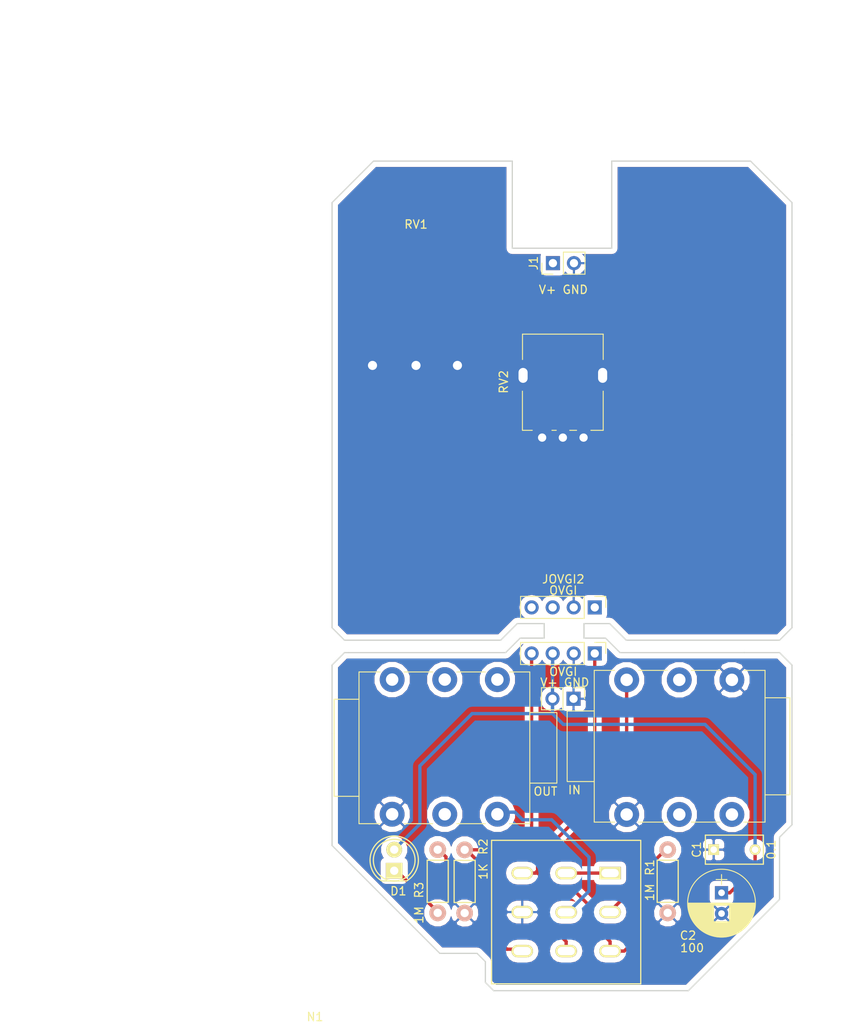
<source format=kicad_pcb>
(kicad_pcb (version 20221018) (generator pcbnew)
  (layers (0 "F.Cu" signal) (31 "B.Cu" signal) (34 "B.Paste" user) (35 "F.Paste" user) (36 "B.SilkS" user "B.Silkscreen") (37 "F.SilkS" user "F.Silkscreen") (38 "B.Mask" user) (39 "F.Mask" user) (44 "Edge.Cuts" user))
  (net 0 "")
  (net 1 "GND")
  (net 2 "+9V")
  (net 3 "Net-(D1-K)")
  (net 7 "Net-(J2-T)")
  (net 12 "Net-(J3-T)")
  (net 13 "O")
  (net 14 "I")
  (net 15 "Net-(SW1C-C)")
  (net 19 "Net-(SW1A-A)")
  (net 20 "Net-(J4-T)")
  (net 21 "Net-(J1-T)")
  (footprint "KiCad Lib:3PDT-Footswitch" (layer "F.Cu") (at 143.25 142.525 180)
    (fp_text reference "SW1" hide)
    (fp_text value "SW_3PDT" hide)
    (fp_line (start -9 -8.65) (end -9 8.65) (stroke (width 0.15)) (layer "F.SilkS"))
    (fp_line (start -9 -8.65) (end 9 -8.65) (stroke (width 0.15)) (layer "F.SilkS"))
    (fp_line (start 9 -8.65) (end 9 8.65) (stroke (width 0.15)) (layer "F.SilkS"))
    (fp_line (start 9 8.65) (end -8.9 8.65) (stroke (width 0.15)) (layer "F.SilkS"))
    (pad "1" thru_hole rect (at -5.3 4.7 180) (size 2.6 1.5) (drill oval 2.1 1) (layers "*.Cu" "*.Mask" "F.SilkS") (net 19 "Net-(SW1A-A)"))
    (pad "2" thru_hole oval (at 0 4.7 180) (size 2.6 1.5) (drill oval 2.1 1) (layers "*.Cu" "*.Mask" "F.SilkS") (net 19 "Net-(SW1A-A)"))
    (pad "3" thru_hole oval (at 5.3 4.7 180) (size 2.6 1.5) (drill oval 2.1 1) (layers "*.Cu" "*.Mask" "F.SilkS") (net 14 "I"))
    (pad "4" thru_hole oval (at -5.3 0 180) (size 2.6 1.5) (drill oval 2.1 1) (layers "*.Cu" "*.Mask" "F.SilkS") (net 21 "Net-(J1-T)"))
    (pad "5" thru_hole oval (at 0 -0.025 180) (size 2.6 1.5) (drill oval 2.1 1) (layers "*.Cu" "*.Mask" "F.SilkS") (net 20 "Net-(J4-T)"))
    (pad "6" thru_hole oval (at 5.3 0 180) (size 2.6 1.5) (drill oval 2.1 1) (layers "*.Cu" "*.Mask" "F.SilkS") (net 1 "GND"))
    (pad "7" thru_hole oval (at -5.3 -4.7 180) (size 2.6 1.5) (drill oval 2.1 1) (layers "*.Cu" "*.Mask" "F.SilkS") (net 14 "I"))
    (pad "8" thru_hole oval (at 0 -4.7 180) (size 2.6 1.5) (drill oval 2.1 1) (layers "*.Cu" "*.Mask" "F.SilkS") (net 13 "O"))
    (pad "9" thru_hole oval (at 5.3 -4.7 180) (size 2.6 1.5) (drill oval 2.1 1) (layers "*.Cu" "*.Mask" "F.SilkS") (net 15 "Net-(SW1C-C)"))
  )
  (footprint "Connectors:NMJ6HCD2" (layer "F.Cu") (at 122.25 130.73 90)
    (fp_text reference "J3" hide)
    (fp_text value "OUT" (at 2.75 18.5) (layer "F.SilkS"))
    (fp_line (start -1.14 -4) (end 17.15 -4) (stroke (width 0.12)) (layer "F.SilkS"))
    (fp_line (start -1.14 -1.45) (end -1.14 -4) (stroke (width 0.12)) (layer "F.SilkS"))
    (fp_line (start -1.14 4.89) (end -1.14 1.46) (stroke (width 0.12)) (layer "F.SilkS"))
    (fp_line (start -1.14 11.24) (end -1.14 7.81) (stroke (width 0.12)) (layer "F.SilkS"))
    (fp_line (start -1.14 16.61) (end -1.14 14.16) (stroke (width 0.12)) (layer "F.SilkS"))
    (fp_line (start -1.14 16.61) (end 17.15 16.61) (stroke (width 0.12)) (layer "F.SilkS"))
    (fp_line (start 2.16 -7) (end 2.16 -4) (stroke (width 0.12)) (layer "F.SilkS"))
    (fp_line (start 2.16 -7) (end 13.86 -7) (stroke (width 0.12)) (layer "F.SilkS"))
    (fp_line (start 3.75 16.64) (end 3.75 19.86) (stroke (width 0.12)) (layer "F.SilkS"))
    (fp_line (start 3.75 19.88) (end 12.23 19.88) (stroke (width 0.12)) (layer "F.SilkS"))
    (fp_line (start 12.26 16.64) (end 12.26 19.86) (stroke (width 0.12)) (layer "F.SilkS"))
    (fp_line (start 13.86 -7) (end 13.86 -4) (stroke (width 0.12)) (layer "F.SilkS"))
    (fp_line (start 17.15 -4) (end 17.15 -1.45) (stroke (width 0.12)) (layer "F.SilkS"))
    (fp_line (start 17.15 1.46) (end 17.15 4.89) (stroke (width 0.12)) (layer "F.SilkS"))
    (fp_line (start 17.15 7.81) (end 17.15 11.24) (stroke (width 0.12)) (layer "F.SilkS"))
    (fp_line (start 17.15 16.61) (end 17.15 14.16) (stroke (width 0.12)) (layer "F.SilkS"))
    (pad "1" thru_hole circle (at 0 0 90) (size 3 3) (drill 1.5) (layers "*.Cu" "*.Mask") (net 1 "GND"))
    (pad "2" thru_hole circle (at 0 12.7 90) (size 3 3) (drill 1.5) (layers "*.Cu" "*.Mask") (net 12 "Net-(J3-T)"))
    (pad "3" thru_hole circle (at 0 6.35 90) (size 3 3) (drill 1.5) (layers "*.Cu" "*.Mask"))
    (pad "4" thru_hole circle (at 16.23 0 90) (size 3 3) (drill 1.5) (layers "*.Cu" "*.Mask"))
    (pad "5" thru_hole circle (at 16.23 12.7 90) (size 3 3) (drill 1.5) (layers "*.Cu" "*.Mask"))
    (pad "6" thru_hole circle (at 16.23 6.35 90) (size 3 3) (drill 1.5) (layers "*.Cu" "*.Mask"))
  )
  (footprint "Pin_Headers:Pin_Header_Straight_1x02_Pitch2.54mm" (layer "F.Cu") (at 141.65 64.3 90)
    (fp_text reference "J1" (at 0 -2.33 90) (layer "F.SilkS"))
    (fp_text value "V+ GND" (at -3.2 1.26 180) (layer "F.SilkS"))
    (fp_line (start -1.33 -1.33) (end 0 -1.33) (stroke (width 0.12)) (layer "F.SilkS"))
    (fp_line (start -1.33 0) (end -1.33 -1.33) (stroke (width 0.12)) (layer "F.SilkS"))
    (fp_line (start -1.33 1.27) (end -1.33 3.87) (stroke (width 0.12)) (layer "F.SilkS"))
    (fp_line (start -1.33 1.27) (end 1.33 1.27) (stroke (width 0.12)) (layer "F.SilkS"))
    (fp_line (start -1.33 3.87) (end 1.33 3.87) (stroke (width 0.12)) (layer "F.SilkS"))
    (fp_line (start 1.33 1.27) (end 1.33 3.87) (stroke (width 0.12)) (layer "F.SilkS"))
    (pad "1" thru_hole rect (at 0 0 90) (size 1.7 1.7) (drill 1) (layers "*.Cu" "*.Mask") (net 2 "+9V"))
    (pad "2" thru_hole oval (at 0 2.54 90) (size 1.7 1.7) (drill 1) (layers "*.Cu" "*.Mask") (net 1 "GND"))
  )
  (footprint "Pin_Headers:Pin_Header_Straight_1x04_Pitch2.54mm" (layer "F.Cu") (at 146.7 111.35 -90)
    (fp_text reference "JOVGI1" hide)
    (fp_text value "OVGI" (at 2.2 3.8) (layer "F.SilkS"))
    (fp_line (start -1.33 -1.33) (end 0 -1.33) (stroke (width 0.12)) (layer "F.SilkS"))
    (fp_line (start -1.33 0) (end -1.33 -1.33) (stroke (width 0.12)) (layer "F.SilkS"))
    (fp_line (start -1.33 1.27) (end -1.33 8.95) (stroke (width 0.12)) (layer "F.SilkS"))
    (fp_line (start -1.33 1.27) (end 1.33 1.27) (stroke (width 0.12)) (layer "F.SilkS"))
    (fp_line (start -1.33 8.95) (end 1.33 8.95) (stroke (width 0.12)) (layer "F.SilkS"))
    (fp_line (start 1.33 1.27) (end 1.33 8.95) (stroke (width 0.12)) (layer "F.SilkS"))
    (pad "1" thru_hole rect (at 0 0 270) (size 1.7 1.7) (drill 1) (layers "*.Cu" "*.Mask") (net 14 "I"))
    (pad "2" thru_hole oval (at 0 2.54 270) (size 1.7 1.7) (drill 1) (layers "*.Cu" "*.Mask") (net 1 "GND"))
    (pad "3" thru_hole oval (at 0 5.08 270) (size 1.7 1.7) (drill 1) (layers "*.Cu" "*.Mask") (net 2 "+9V"))
    (pad "4" thru_hole oval (at 0 7.62 270) (size 1.7 1.7) (drill 1) (layers "*.Cu" "*.Mask") (net 13 "O"))
  )
  (footprint "Pin_Headers:Pin_Header_Straight_1x04_Pitch2.54mm" (layer "F.Cu") (at 146.7 105.8 -90)
    (fp_text reference "JOVGI2" (at -3.4 3.8) (layer "F.SilkS"))
    (fp_text value "OVGI" (at -2.05 3.8) (layer "F.SilkS"))
    (fp_line (start -1.33 -1.33) (end 0 -1.33) (stroke (width 0.12)) (layer "F.SilkS"))
    (fp_line (start -1.33 0) (end -1.33 -1.33) (stroke (width 0.12)) (layer "F.SilkS"))
    (fp_line (start -1.33 1.27) (end -1.33 8.95) (stroke (width 0.12)) (layer "F.SilkS"))
    (fp_line (start -1.33 1.27) (end 1.33 1.27) (stroke (width 0.12)) (layer "F.SilkS"))
    (fp_line (start -1.33 8.95) (end 1.33 8.95) (stroke (width 0.12)) (layer "F.SilkS"))
    (fp_line (start 1.33 1.27) (end 1.33 8.95) (stroke (width 0.12)) (layer "F.SilkS"))
    (pad "1" thru_hole rect (at 0 0 270) (size 1.7 1.7) (drill 1) (layers "*.Cu" "*.Mask") (net 14 "I"))
    (pad "2" thru_hole oval (at 0 2.54 270) (size 1.7 1.7) (drill 1) (layers "*.Cu" "*.Mask") (net 1 "GND"))
    (pad "3" thru_hole oval (at 0 5.08 270) (size 1.7 1.7) (drill 1) (layers "*.Cu" "*.Mask") (net 2 "+9V"))
    (pad "4" thru_hole oval (at 0 7.62 270) (size 1.7 1.7) (drill 1) (layers "*.Cu" "*.Mask") (net 13 "O"))
  )
  (footprint "Capacitors_THT:CP_Radial_D8.0mm_P2.50mm" (layer "F.Cu") (at 162 140.2 -90)
    (fp_text reference "C2" (at 5.15 4.05) (layer "F.SilkS"))
    (fp_text value "100" (at 6.65 3.55) (layer "F.SilkS"))
    (fp_line (start -2.2 0) (end -1 0) (stroke (width 0.12)) (layer "F.SilkS"))
    (fp_line (start -1.6 -0.65) (end -1.6 0.65) (stroke (width 0.12)) (layer "F.SilkS"))
    (fp_line (start 1.25 -4.05) (end 1.25 4.05) (stroke (width 0.12)) (layer "F.SilkS"))
    (fp_line (start 1.29 -4.05) (end 1.29 4.05) (stroke (width 0.12)) (layer "F.SilkS"))
    (fp_line (start 1.33 -4.05) (end 1.33 4.05) (stroke (width 0.12)) (layer "F.SilkS"))
    (fp_line (start 1.37 -4.049) (end 1.37 4.049) (stroke (width 0.12)) (layer "F.SilkS"))
    (fp_line (start 1.41 -4.047) (end 1.41 4.047) (stroke (width 0.12)) (layer "F.SilkS"))
    (fp_line (start 1.45 -4.046) (end 1.45 4.046) (stroke (width 0.12)) (layer "F.SilkS"))
    (fp_line (start 1.49 -4.043) (end 1.49 4.043) (stroke (width 0.12)) (layer "F.SilkS"))
    (fp_line (start 1.53 -4.041) (end 1.53 -0.98) (stroke (width 0.12)) (layer "F.SilkS"))
    (fp_line (start 1.53 0.98) (end 1.53 4.041) (stroke (width 0.12)) (layer "F.SilkS"))
    (fp_line (start 1.57 -4.038) (end 1.57 -0.98) (stroke (width 0.12)) (layer "F.SilkS"))
    (fp_line (start 1.57 0.98) (end 1.57 4.038) (stroke (width 0.12)) (layer "F.SilkS"))
    (fp_line (start 1.61 -4.035) (end 1.61 -0.98) (stroke (width 0.12)) (layer "F.SilkS"))
    (fp_line (start 1.61 0.98) (end 1.61 4.035) (stroke (width 0.12)) (layer "F.SilkS"))
    (fp_line (start 1.65 -4.031) (end 1.65 -0.98) (stroke (width 0.12)) (layer "F.SilkS"))
    (fp_line (start 1.65 0.98) (end 1.65 4.031) (stroke (width 0.12)) (layer "F.SilkS"))
    (fp_line (start 1.69 -4.027) (end 1.69 -0.98) (stroke (width 0.12)) (layer "F.SilkS"))
    (fp_line (start 1.69 0.98) (end 1.69 4.027) (stroke (width 0.12)) (layer "F.SilkS"))
    (fp_line (start 1.73 -4.022) (end 1.73 -0.98) (stroke (width 0.12)) (layer "F.SilkS"))
    (fp_line (start 1.73 0.98) (end 1.73 4.022) (stroke (width 0.12)) (layer "F.SilkS"))
    (fp_line (start 1.77 -4.017) (end 1.77 -0.98) (stroke (width 0.12)) (layer "F.SilkS"))
    (fp_line (start 1.77 0.98) (end 1.77 4.017) (stroke (width 0.12)) (layer "F.SilkS"))
    (fp_line (start 1.81 -4.012) (end 1.81 -0.98) (stroke (width 0.12)) (layer "F.SilkS"))
    (fp_line (start 1.81 0.98) (end 1.81 4.012) (stroke (width 0.12)) (layer "F.SilkS"))
    (fp_line (start 1.85 -4.006) (end 1.85 -0.98) (stroke (width 0.12)) (layer "F.SilkS"))
    (fp_line (start 1.85 0.98) (end 1.85 4.006) (stroke (width 0.12)) (layer "F.SilkS"))
    (fp_line (start 1.89 -4) (end 1.89 -0.98) (stroke (width 0.12)) (layer "F.SilkS"))
    (fp_line (start 1.89 0.98) (end 1.89 4) (stroke (width 0.12)) (layer "F.SilkS"))
    (fp_line (start 1.93 -3.994) (end 1.93 -0.98) (stroke (width 0.12)) (layer "F.SilkS"))
    (fp_line (start 1.93 0.98) (end 1.93 3.994) (stroke (width 0.12)) (layer "F.SilkS"))
    (fp_line (start 1.971 -3.987) (end 1.971 -0.98) (stroke (width 0.12)) (layer "F.SilkS"))
    (fp_line (start 1.971 0.98) (end 1.971 3.987) (stroke (width 0.12)) (layer "F.SilkS"))
    (fp_line (start 2.011 -3.979) (end 2.011 -0.98) (stroke (width 0.12)) (layer "F.SilkS"))
    (fp_line (start 2.011 0.98) (end 2.011 3.979) (stroke (width 0.12)) (layer "F.SilkS"))
    (fp_line (start 2.051 -3.971) (end 2.051 -0.98) (stroke (width 0.12)) (layer "F.SilkS"))
    (fp_line (start 2.051 0.98) (end 2.051 3.971) (stroke (width 0.12)) (layer "F.SilkS"))
    (fp_line (start 2.091 -3.963) (end 2.091 -0.98) (stroke (width 0.12)) (layer "F.SilkS"))
    (fp_line (start 2.091 0.98) (end 2.091 3.963) (stroke (width 0.12)) (layer "F.SilkS"))
    (fp_line (start 2.131 -3.955) (end 2.131 -0.98) (stroke (width 0.12)) (layer "F.SilkS"))
    (fp_line (start 2.131 0.98) (end 2.131 3.955) (stroke (width 0.12)) (layer "F.SilkS"))
    (fp_line (start 2.171 -3.946) (end 2.171 -0.98) (stroke (width 0.12)) (layer "F.SilkS"))
    (fp_line (start 2.171 0.98) (end 2.171 3.946) (stroke (width 0.12)) (layer "F.SilkS"))
    (fp_line (start 2.211 -3.936) (end 2.211 -0.98) (stroke (width 0.12)) (layer "F.SilkS"))
    (fp_line (start 2.211 0.98) (end 2.211 3.936) (stroke (width 0.12)) (layer "F.SilkS"))
    (fp_line (start 2.251 -3.926) (end 2.251 -0.98) (stroke (width 0.12)) (layer "F.SilkS"))
    (fp_line (start 2.251 0.98) (end 2.251 3.926) (stroke (width 0.12)) (layer "F.SilkS"))
    (fp_line (start 2.291 -3.916) (end 2.291 -0.98) (stroke (width 0.12)) (layer "F.SilkS"))
    (fp_line (start 2.291 0.98) (end 2.291 3.916) (stroke (width 0.12)) (layer "F.SilkS"))
    (fp_line (start 2.331 -3.905) (end 2.331 -0.98) (stroke (width 0.12)) (layer "F.SilkS"))
    (fp_line (start 2.331 0.98) (end 2.331 3.905) (stroke (width 0.12)) (layer "F.SilkS"))
    (fp_line (start 2.371 -3.894) (end 2.371 -0.98) (stroke (width 0.12)) (layer "F.SilkS"))
    (fp_line (start 2.371 0.98) (end 2.371 3.894) (stroke (width 0.12)) (layer "F.SilkS"))
    (fp_line (start 2.411 -3.883) (end 2.411 -0.98) (stroke (width 0.12)) (layer "F.SilkS"))
    (fp_line (start 2.411 0.98) (end 2.411 3.883) (stroke (width 0.12)) (layer "F.SilkS"))
    (fp_line (start 2.451 -3.87) (end 2.451 -0.98) (stroke (width 0.12)) (layer "F.SilkS"))
    (fp_line (start 2.451 0.98) (end 2.451 3.87) (stroke (width 0.12)) (layer "F.SilkS"))
    (fp_line (start 2.491 -3.858) (end 2.491 -0.98) (stroke (width 0.12)) (layer "F.SilkS"))
    (fp_line (start 2.491 0.98) (end 2.491 3.858) (stroke (width 0.12)) (layer "F.SilkS"))
    (fp_line (start 2.531 -3.845) (end 2.531 -0.98) (stroke (width 0.12)) (layer "F.SilkS"))
    (fp_line (start 2.531 0.98) (end 2.531 3.845) (stroke (width 0.12)) (layer "F.SilkS"))
    (fp_line (start 2.571 -3.832) (end 2.571 -0.98) (stroke (width 0.12)) (layer "F.SilkS"))
    (fp_line (start 2.571 0.98) (end 2.571 3.832) (stroke (width 0.12)) (layer "F.SilkS"))
    (fp_line (start 2.611 -3.818) (end 2.611 -0.98) (stroke (width 0.12)) (layer "F.SilkS"))
    (fp_line (start 2.611 0.98) (end 2.611 3.818) (stroke (width 0.12)) (layer "F.SilkS"))
    (fp_line (start 2.651 -3.803) (end 2.651 -0.98) (stroke (width 0.12)) (layer "F.SilkS"))
    (fp_line (start 2.651 0.98) (end 2.651 3.803) (stroke (width 0.12)) (layer "F.SilkS"))
    (fp_line (start 2.691 -3.789) (end 2.691 -0.98) (stroke (width 0.12)) (layer "F.SilkS"))
    (fp_line (start 2.691 0.98) (end 2.691 3.789) (stroke (width 0.12)) (layer "F.SilkS"))
    (fp_line (start 2.731 -3.773) (end 2.731 -0.98) (stroke (width 0.12)) (layer "F.SilkS"))
    (fp_line (start 2.731 0.98) (end 2.731 3.773) (stroke (width 0.12)) (layer "F.SilkS"))
    (fp_line (start 2.771 -3.758) (end 2.771 -0.98) (stroke (width 0.12)) (layer "F.SilkS"))
    (fp_line (start 2.771 0.98) (end 2.771 3.758) (stroke (width 0.12)) (layer "F.SilkS"))
    (fp_line (start 2.811 -3.741) (end 2.811 -0.98) (stroke (width 0.12)) (layer "F.SilkS"))
    (fp_line (start 2.811 0.98) (end 2.811 3.741) (stroke (width 0.12)) (layer "F.SilkS"))
    (fp_line (start 2.851 -3.725) (end 2.851 -0.98) (stroke (width 0.12)) (layer "F.SilkS"))
    (fp_line (start 2.851 0.98) (end 2.851 3.725) (stroke (width 0.12)) (layer "F.SilkS"))
    (fp_line (start 2.891 -3.707) (end 2.891 -0.98) (stroke (width 0.12)) (layer "F.SilkS"))
    (fp_line (start 2.891 0.98) (end 2.891 3.707) (stroke (width 0.12)) (layer "F.SilkS"))
    (fp_line (start 2.931 -3.69) (end 2.931 -0.98) (stroke (width 0.12)) (layer "F.SilkS"))
    (fp_line (start 2.931 0.98) (end 2.931 3.69) (stroke (width 0.12)) (layer "F.SilkS"))
    (fp_line (start 2.971 -3.671) (end 2.971 -0.98) (stroke (width 0.12)) (layer "F.SilkS"))
    (fp_line (start 2.971 0.98) (end 2.971 3.671) (stroke (width 0.12)) (layer "F.SilkS"))
    (fp_line (start 3.011 -3.652) (end 3.011 -0.98) (stroke (width 0.12)) (layer "F.SilkS"))
    (fp_line (start 3.011 0.98) (end 3.011 3.652) (stroke (width 0.12)) (layer "F.SilkS"))
    (fp_line (start 3.051 -3.633) (end 3.051 -0.98) (stroke (width 0.12)) (layer "F.SilkS"))
    (fp_line (start 3.051 0.98) (end 3.051 3.633) (stroke (width 0.12)) (layer "F.SilkS"))
    (fp_line (start 3.091 -3.613) (end 3.091 -0.98) (stroke (width 0.12)) (layer "F.SilkS"))
    (fp_line (start 3.091 0.98) (end 3.091 3.613) (stroke (width 0.12)) (layer "F.SilkS"))
    (fp_line (start 3.131 -3.593) (end 3.131 -0.98) (stroke (width 0.12)) (layer "F.SilkS"))
    (fp_line (start 3.131 0.98) (end 3.131 3.593) (stroke (width 0.12)) (layer "F.SilkS"))
    (fp_line (start 3.171 -3.572) (end 3.171 -0.98) (stroke (width 0.12)) (layer "F.SilkS"))
    (fp_line (start 3.171 0.98) (end 3.171 3.572) (stroke (width 0.12)) (layer "F.SilkS"))
    (fp_line (start 3.211 -3.55) (end 3.211 -0.98) (stroke (width 0.12)) (layer "F.SilkS"))
    (fp_line (start 3.211 0.98) (end 3.211 3.55) (stroke (width 0.12)) (layer "F.SilkS"))
    (fp_line (start 3.251 -3.528) (end 3.251 -0.98) (stroke (width 0.12)) (layer "F.SilkS"))
    (fp_line (start 3.251 0.98) (end 3.251 3.528) (stroke (width 0.12)) (layer "F.SilkS"))
    (fp_line (start 3.291 -3.505) (end 3.291 -0.98) (stroke (width 0.12)) (layer "F.SilkS"))
    (fp_line (start 3.291 0.98) (end 3.291 3.505) (stroke (width 0.12)) (layer "F.SilkS"))
    (fp_line (start 3.331 -3.482) (end 3.331 -0.98) (stroke (width 0.12)) (layer "F.SilkS"))
    (fp_line (start 3.331 0.98) (end 3.331 3.482) (stroke (width 0.12)) (layer "F.SilkS"))
    (fp_line (start 3.371 -3.458) (end 3.371 -0.98) (stroke (width 0.12)) (layer "F.SilkS"))
    (fp_line (start 3.371 0.98) (end 3.371 3.458) (stroke (width 0.12)) (layer "F.SilkS"))
    (fp_line (start 3.411 -3.434) (end 3.411 -0.98) (stroke (width 0.12)) (layer "F.SilkS"))
    (fp_line (start 3.411 0.98) (end 3.411 3.434) (stroke (width 0.12)) (layer "F.SilkS"))
    (fp_line (start 3.451 -3.408) (end 3.451 -0.98) (stroke (width 0.12)) (layer "F.SilkS"))
    (fp_line (start 3.451 0.98) (end 3.451 3.408) (stroke (width 0.12)) (layer "F.SilkS"))
    (fp_line (start 3.491 -3.383) (end 3.491 3.383) (stroke (width 0.12)) (layer "F.SilkS"))
    (fp_line (start 3.531 -3.356) (end 3.531 3.356) (stroke (width 0.12)) (layer "F.SilkS"))
    (fp_line (start 3.571 -3.329) (end 3.571 3.329) (stroke (width 0.12)) (layer "F.SilkS"))
    (fp_line (start 3.611 -3.301) (end 3.611 3.301) (stroke (width 0.12)) (layer "F.SilkS"))
    (fp_line (start 3.651 -3.272) (end 3.651 3.272) (stroke (width 0.12)) (layer "F.SilkS"))
    (fp_line (start 3.691 -3.243) (end 3.691 3.243) (stroke (width 0.12)) (layer "F.SilkS"))
    (fp_line (start 3.731 -3.213) (end 3.731 3.213) (stroke (width 0.12)) (layer "F.SilkS"))
    (fp_line (start 3.771 -3.182) (end 3.771 3.182) (stroke (width 0.12)) (layer "F.SilkS"))
    (fp_line (start 3.811 -3.15) (end 3.811 3.15) (stroke (width 0.12)) (layer "F.SilkS"))
    (fp_line (start 3.851 -3.118) (end 3.851 3.118) (stroke (width 0.12)) (layer "F.SilkS"))
    (fp_line (start 3.891 -3.084) (end 3.891 3.084) (stroke (width 0.12)) (layer "F.SilkS"))
    (fp_line (start 3.931 -3.05) (end 3.931 3.05) (stroke (width 0.12)) (layer "F.SilkS"))
    (fp_line (start 3.971 -3.015) (end 3.971 3.015) (stroke (width 0.12)) (layer "F.SilkS"))
    (fp_line (start 4.011 -2.979) (end 4.011 2.979) (stroke (width 0.12)) (layer "F.SilkS"))
    (fp_line (start 4.051 -2.942) (end 4.051 2.942) (stroke (width 0.12)) (layer "F.SilkS"))
    (fp_line (start 4.091 -2.904) (end 4.091 2.904) (stroke (width 0.12)) (layer "F.SilkS"))
    (fp_line (start 4.131 -2.865) (end 4.131 2.865) (stroke (width 0.12)) (layer "F.SilkS"))
    (fp_line (start 4.171 -2.824) (end 4.171 2.824) (stroke (width 0.12)) (layer "F.SilkS"))
    (fp_line (start 4.211 -2.783) (end 4.211 2.783) (stroke (width 0.12)) (layer "F.SilkS"))
    (fp_line (start 4.251 -2.74) (end 4.251 2.74) (stroke (width 0.12)) (layer "F.SilkS"))
    (fp_line (start 4.291 -2.697) (end 4.291 2.697) (stroke (width 0.12)) (layer "F.SilkS"))
    (fp_line (start 4.331 -2.652) (end 4.331 2.652) (stroke (width 0.12)) (layer "F.SilkS"))
    (fp_line (start 4.371 -2.605) (end 4.371 2.605) (stroke (width 0.12)) (layer "F.SilkS"))
    (fp_line (start 4.411 -2.557) (end 4.411 2.557) (stroke (width 0.12)) (layer "F.SilkS"))
    (fp_line (start 4.451 -2.508) (end 4.451 2.508) (stroke (width 0.12)) (layer "F.SilkS"))
    (fp_line (start 4.491 -2.457) (end 4.491 2.457) (stroke (width 0.12)) (layer "F.SilkS"))
    (fp_line (start 4.531 -2.404) (end 4.531 2.404) (stroke (width 0.12)) (layer "F.SilkS"))
    (fp_line (start 4.571 -2.349) (end 4.571 2.349) (stroke (width 0.12)) (layer "F.SilkS"))
    (fp_line (start 4.611 -2.293) (end 4.611 2.293) (stroke (width 0.12)) (layer "F.SilkS"))
    (fp_line (start 4.651 -2.234) (end 4.651 2.234) (stroke (width 0.12)) (layer "F.SilkS"))
    (fp_line (start 4.691 -2.173) (end 4.691 2.173) (stroke (width 0.12)) (layer "F.SilkS"))
    (fp_line (start 4.731 -2.109) (end 4.731 2.109) (stroke (width 0.12)) (layer "F.SilkS"))
    (fp_line (start 4.771 -2.043) (end 4.771 2.043) (stroke (width 0.12)) (layer "F.SilkS"))
    (fp_line (start 4.811 -1.974) (end 4.811 1.974) (stroke (width 0.12)) (layer "F.SilkS"))
    (fp_line (start 4.851 -1.902) (end 4.851 1.902) (stroke (width 0.12)) (layer "F.SilkS"))
    (fp_line (start 4.891 -1.826) (end 4.891 1.826) (stroke (width 0.12)) (layer "F.SilkS"))
    (fp_line (start 4.931 -1.745) (end 4.931 1.745) (stroke (width 0.12)) (layer "F.SilkS"))
    (fp_line (start 4.971 -1.66) (end 4.971 1.66) (stroke (width 0.12)) (layer "F.SilkS"))
    (fp_line (start 5.011 -1.57) (end 5.011 1.57) (stroke (width 0.12)) (layer "F.SilkS"))
    (fp_line (start 5.051 -1.473) (end 5.051 1.473) (stroke (width 0.12)) (layer "F.SilkS"))
    (fp_line (start 5.091 -1.369) (end 5.091 1.369) (stroke (width 0.12)) (layer "F.SilkS"))
    (fp_line (start 5.131 -1.254) (end 5.131 1.254) (stroke (width 0.12)) (layer "F.SilkS"))
    (fp_line (start 5.171 -1.127) (end 5.171 1.127) (stroke (width 0.12)) (layer "F.SilkS"))
    (fp_line (start 5.211 -0.983) (end 5.211 0.983) (stroke (width 0.12)) (layer "F.SilkS"))
    (fp_line (start 5.251 -0.814) (end 5.251 0.814) (stroke (width 0.12)) (layer "F.SilkS"))
    (fp_line (start 5.291 -0.598) (end 5.291 0.598) (stroke (width 0.12)) (layer "F.SilkS"))
    (fp_line (start 5.331 -0.246) (end 5.331 0.246) (stroke (width 0.12)) (layer "F.SilkS"))
    (fp_circle (center 1.25 0) (end 5.34 0) (stroke (width 0.12)) (fill none) (layer "F.SilkS"))
    (pad "1" thru_hole rect (at 0 0 270) (size 1.6 1.6) (drill 0.8) (layers "*.Cu" "*.Mask") (net 2 "+9V"))
    (pad "2" thru_hole circle (at 2.5 0 270) (size 1.6 1.6) (drill 0.8) (layers "*.Cu" "*.Mask") (net 1 "GND"))
  )
  (footprint "LEDs:LED-5MM" (layer "F.Cu") (at 122.5 137.54 90)
    (fp_text reference "D1" (at -2.46 0.5) (layer "F.SilkS"))
    (fp_text value "LED" hide)
    (fp_line (start -1.23 1.5) (end -1.23 -1.5) (stroke (width 0.15)) (layer "F.SilkS"))
    (fp_arc (start -1.23 -1.5) (mid 4.18544 -0.014565) (end -1.214888 1.524904) (stroke (width 0.15)) (layer "F.SilkS"))
    (fp_circle (center 1.27 0) (end 0.97 -2.5) (stroke (width 0.15)) (fill none) (layer "F.SilkS"))
    (pad "1" thru_hole rect (at 0 0 180) (size 2 1.9) (drill 1.00076) (layers "*.Cu" "*.Mask" "F.SilkS") (net 3 "Net-(D1-K)"))
    (pad "2" thru_hole circle (at 2.54 0 90) (size 1.9 1.9) (drill 1.00076) (layers "*.Cu" "*.Mask" "F.SilkS") (net 2 "+9V"))
  )
  (footprint "Resistors_ThroughHole:Resistor_Horizontal_RM7mm" (layer "F.Cu") (at 155.5 135 -90)
    (fp_text reference "R1" (at 2.15 2.15 90) (layer "F.SilkS"))
    (fp_text value "1M" (at 5.15 2.15 90) (layer "F.SilkS"))
    (fp_line (start 1.27 -1.27) (end 6.35 -1.27) (stroke (width 0.15)) (layer "F.SilkS"))
    (fp_line (start 1.27 1.27) (end 1.27 -1.27) (stroke (width 0.15)) (layer "F.SilkS"))
    (fp_line (start 6.35 -1.27) (end 6.35 1.27) (stroke (width 0.15)) (layer "F.SilkS"))
    (fp_line (start 6.35 1.27) (end 1.27 1.27) (stroke (width 0.15)) (layer "F.SilkS"))
    (pad "1" thru_hole circle (at 0 0 270) (size 1.99898 1.99898) (drill 1.00076) (layers "*.Cu" "*.SilkS" "*.Mask") (net 14 "I"))
    (pad "2" thru_hole circle (at 7.62 0 270) (size 1.99898 1.99898) (drill 1.00076) (layers "*.Cu" "*.SilkS" "*.Mask") (net 1 "GND"))
  )
  (footprint "Resistors_ThroughHole:Resistor_Horizontal_RM7mm" (layer "F.Cu") (at 131 135.02 -90)
    (fp_text reference "R2" (at -0.38 -2.25 90) (layer "F.SilkS"))
    (fp_text value "1K" (at 2.62 -2.25 90) (layer "F.SilkS"))
    (fp_line (start 1.27 -1.27) (end 6.35 -1.27) (stroke (width 0.15)) (layer "F.SilkS"))
    (fp_line (start 1.27 1.27) (end 1.27 -1.27) (stroke (width 0.15)) (layer "F.SilkS"))
    (fp_line (start 6.35 -1.27) (end 6.35 1.27) (stroke (width 0.15)) (layer "F.SilkS"))
    (fp_line (start 6.35 1.27) (end 1.27 1.27) (stroke (width 0.15)) (layer "F.SilkS"))
    (pad "1" thru_hole circle (at 0 0 270) (size 1.99898 1.99898) (drill 1.00076) (layers "*.Cu" "*.SilkS" "*.Mask") (net 3 "Net-(D1-K)"))
    (pad "2" thru_hole circle (at 7.62 0 270) (size 1.99898 1.99898) (drill 1.00076) (layers "*.Cu" "*.SilkS" "*.Mask") (net 15 "Net-(SW1C-C)"))
  )
  (footprint "Resistors_ThroughHole:Resistor_Horizontal_RM7mm" (layer "F.Cu") (at 127.75 142.62 90)
    (fp_text reference "R3" (at 2.75 -2.25 90) (layer "F.SilkS"))
    (fp_text value "1M" (at -0.25 -2.25 90) (layer "F.SilkS"))
    (fp_line (start 1.27 -1.27) (end 6.35 -1.27) (stroke (width 0.15)) (layer "F.SilkS"))
    (fp_line (start 1.27 1.27) (end 1.27 -1.27) (stroke (width 0.15)) (layer "F.SilkS"))
    (fp_line (start 6.35 -1.27) (end 6.35 1.27) (stroke (width 0.15)) (layer "F.SilkS"))
    (fp_line (start 6.35 1.27) (end 1.27 1.27) (stroke (width 0.15)) (layer "F.SilkS"))
    (pad "1" thru_hole circle (at 0 0 90) (size 1.99898 1.99898) (drill 1.00076) (layers "*.Cu" "*.SilkS" "*.Mask") (net 13 "O"))
    (pad "2" thru_hole circle (at 7.62 0 90) (size 1.99898 1.99898) (drill 1.00076) (layers "*.Cu" "*.SilkS" "*.Mask") (net 1 "GND"))
  )
  (footprint "Capacitors_ThroughHole:C_Rect_L7_W3.5_P5" (layer "F.Cu") (at 161.05 135)
    (fp_text reference "C1" (at -2.05 0 90) (layer "F.SilkS"))
    (fp_text value "0.1" (at 6.95 0 90) (layer "F.SilkS"))
    (fp_line (start -1 -1.75) (end 6 -1.75) (stroke (width 0.15)) (layer "F.SilkS"))
    (fp_line (start -1 1.75) (end -1 -1.75) (stroke (width 0.15)) (layer "F.SilkS"))
    (fp_line (start 6 -1.75) (end 6 1.75) (stroke (width 0.15)) (layer "F.SilkS"))
    (fp_line (start 6 1.75) (end -1 1.75) (stroke (width 0.15)) (layer "F.SilkS"))
    (pad "1" thru_hole rect (at 0 0) (size 1.3 1.3) (drill 0.8) (layers "*.Cu" "*.Mask" "F.SilkS") (net 1 "GND"))
    (pad "2" thru_hole circle (at 5 0) (size 1.3 1.3) (drill 0.8) (layers "*.Cu" "*.Mask" "F.SilkS") (net 2 "+9V"))
  )
  (footprint "Pin_Headers:Pin_Header_Straight_1x02_Pitch2.54mm" (layer "F.Cu") (at 144.14 116.81 -90)
    (fp_text reference "J4" hide)
    (fp_text value "V+ GND" (at -1.96 1.06) (layer "F.SilkS"))
    (fp_line (start -1.33 -1.33) (end 0 -1.33) (stroke (width 0.12)) (layer "F.SilkS"))
    (fp_line (start -1.33 0) (end -1.33 -1.33) (stroke (width 0.12)) (layer "F.SilkS"))
    (fp_line (start -1.33 1.27) (end -1.33 3.87) (stroke (width 0.12)) (layer "F.SilkS"))
    (fp_line (start -1.33 1.27) (end 1.33 1.27) (stroke (width 0.12)) (layer "F.SilkS"))
    (fp_line (start -1.33 3.87) (end 1.33 3.87) (stroke (width 0.12)) (layer "F.SilkS"))
    (fp_line (start 1.33 1.27) (end 1.33 3.87) (stroke (width 0.12)) (layer "F.SilkS"))
    (pad "1" thru_hole rect (at 0 0 270) (size 1.7 1.7) (drill 1) (layers "*.Cu" "*.Mask") (net 1 "GND"))
    (pad "2" thru_hole oval (at 0 2.54 270) (size 1.7 1.7) (drill 1) (layers "*.Cu" "*.Mask") (net 2 "+9V"))
  )
  (footprint "Connectors:NMJ6HCD2" (layer "F.Cu") (at 163.25 114.53 -90)
    (fp_text reference "J2" hide)
    (fp_text value "IN" (at 13.28 19) (layer "F.SilkS"))
    (fp_line (start -1.14 -4) (end 17.15 -4) (stroke (width 0.12)) (layer "F.SilkS"))
    (fp_line (start -1.14 -1.45) (end -1.14 -4) (stroke (width 0.12)) (layer "F.SilkS"))
    (fp_line (start -1.14 4.89) (end -1.14 1.46) (stroke (width 0.12)) (layer "F.SilkS"))
    (fp_line (start -1.14 11.24) (end -1.14 7.81) (stroke (width 0.12)) (layer "F.SilkS"))
    (fp_line (start -1.14 16.61) (end -1.14 14.16) (stroke (width 0.12)) (layer "F.SilkS"))
    (fp_line (start -1.14 16.61) (end 17.15 16.61) (stroke (width 0.12)) (layer "F.SilkS"))
    (fp_line (start 2.16 -7) (end 2.16 -4) (stroke (width 0.12)) (layer "F.SilkS"))
    (fp_line (start 2.16 -7) (end 13.86 -7) (stroke (width 0.12)) (layer "F.SilkS"))
    (fp_line (start 3.75 16.64) (end 3.75 19.86) (stroke (width 0.12)) (layer "F.SilkS"))
    (fp_line (start 3.75 19.88) (end 12.23 19.88) (stroke (width 0.12)) (layer "F.SilkS"))
    (fp_line (start 12.26 16.64) (end 12.26 19.86) (stroke (width 0.12)) (layer "F.SilkS"))
    (fp_line (start 13.86 -7) (end 13.86 -4) (stroke (width 0.12)) (layer "F.SilkS"))
    (fp_line (start 17.15 -4) (end 17.15 -1.45) (stroke (width 0.12)) (layer "F.SilkS"))
    (fp_line (start 17.15 1.46) (end 17.15 4.89) (stroke (width 0.12)) (layer "F.SilkS"))
    (fp_line (start 17.15 7.81) (end 17.15 11.24) (stroke (width 0.12)) (layer "F.SilkS"))
    (fp_line (start 17.15 16.61) (end 17.15 14.16) (stroke (width 0.12)) (layer "F.SilkS"))
    (pad "1" thru_hole circle (at 0 0 270) (size 3 3) (drill 1.5) (layers "*.Cu" "*.Mask") (net 1 "GND"))
    (pad "2" thru_hole circle (at 0 12.7 270) (size 3 3) (drill 1.5) (layers "*.Cu" "*.Mask") (net 7 "Net-(J2-T)"))
    (pad "3" thru_hole circle (at 0 6.35 270) (size 3 3) (drill 1.5) (layers "*.Cu" "*.Mask"))
    (pad "4" thru_hole circle (at 16.23 0 270) (size 3 3) (drill 1.5) (layers "*.Cu" "*.Mask"))
    (pad "5" thru_hole circle (at 16.23 12.7 270) (size 3 3) (drill 1.5) (layers "*.Cu" "*.Mask") (net 1 "GND"))
    (pad "6" thru_hole circle (at 16.23 6.35 270) (size 3 3) (drill 1.5) (layers "*.Cu" "*.Mask"))
  )
  (footprint "Potentiometer_THT:Potentiometer_Alpha_RD901F-40-00D_Single_Vertical" (layer "F.Cu") (at 140.35 85.33 90)
    (fp_text reference "RV2" (at 6.71 -4.64 90) (layer "F.SilkS"))
    (fp_text value "ALPHA-9MM")
    (fp_line (start 0.88 -2.38) (end 5.6 -2.38) (stroke (width 0.12)) (layer "F.SilkS"))
    (fp_line (start 0.88 -1.19) (end 0.88 -2.37) (stroke (width 0.12)) (layer "F.SilkS"))
    (fp_line (start 0.88 1.71) (end 0.88 1.18) (stroke (width 0.12)) (layer "F.SilkS"))
    (fp_line (start 0.88 4.16) (end 0.88 3.33) (stroke (width 0.12)) (layer "F.SilkS"))
    (fp_line (start 0.88 7.37) (end 0.88 5.88) (stroke (width 0.12)) (layer "F.SilkS"))
    (fp_line (start 0.88 7.37) (end 5.6 7.37) (stroke (width 0.12)) (layer "F.SilkS"))
    (fp_line (start 9.41 -2.37) (end 12.47 -2.37) (stroke (width 0.12)) (layer "F.SilkS"))
    (fp_line (start 9.41 7.37) (end 12.47 7.37) (stroke (width 0.12)) (layer "F.SilkS"))
    (fp_line (start 12.47 7.37) (end 12.47 -2.37) (stroke (width 0.12)) (layer "F.SilkS"))
    (pad "" thru_hole oval (at 7.5 -2.3 180) (size 2.72 3.24) (drill oval 1.1 1.8) (layers "*.Cu" "*.Mask"))
    (pad "" thru_hole oval (at 7.5 7.3 180) (size 2.72 3.24) (drill oval 1.1 1.8) (layers "*.Cu" "*.Mask"))
    (pad "1" thru_hole rect (at 0 0 180) (size 1.8 1.8) (drill 1) (layers "*.Cu" "*.Mask"))
    (pad "2" thru_hole circle (at 0 2.5 180) (size 1.8 1.8) (drill 1) (layers "*.Cu" "*.Mask"))
    (pad "3" thru_hole circle (at 0 5 180) (size 1.8 1.8) (drill 1) (layers "*.Cu" "*.Mask"))
  )
  (footprint "Pedal-Components:Potentiometer_ALPHA_RV16106N" (layer "F.Cu") (at 125.13 60.13)
    (fp_text reference "RV1" (at 0 -0.5 unlocked) (layer "F.SilkS"))
    (fp_text value "ALPHA-16mm")
    (pad "1" thru_hole circle (at -5.25 16.5) (size 1.524 1.524) (drill 1.1) (layers "*.Cu" "*.Mask"))
    (pad "2" thru_hole circle (at 0 16.5) (size 1.524 1.524) (drill 1.1) (layers "*.Cu" "*.Mask"))
    (pad "3" thru_hole circle (at 5 16.5) (size 1.524 1.524) (drill 1.1) (layers "*.Cu" "*.Mask"))
  )
  (footprint "Pedal-Components:1590B" (layer "F.Cu") (at 112.94 154.659085)
    (fp_text reference "N1" (at 0 0.5) (layer "F.SilkS"))
    (fp_text value "Housing")
  )
  (gr_line (start 145.4 107.75) (end 148.5 107.75) (stroke (width 0.15)) (layer "Edge.Cuts"))
  (gr_line (start 137.7 109.5) (end 140.6 109.5) (stroke (width 0.15)) (layer "Edge.Cuts"))
  (gr_line (start 128 147.5) (end 127 146.5) (stroke (width 0.15)) (layer "Edge.Cuts"))
  (gr_line (start 115 134.5) (end 115 121) (stroke (width 0.15)) (layer "Edge.Cuts"))
  (gr_line (start 135.35 109.75) (end 116.5 109.75) (stroke (width 0.15)) (layer "Edge.Cuts"))
  (gr_line (start 145.4 109.5) (end 148 109.5) (stroke (width 0.15)) (layer "Edge.Cuts"))
  (gr_line (start 148.75 62.5) (end 148.75 52) (stroke (width 0.15)) (layer "Edge.Cuts"))
  (gr_line (start 127 146.5) (end 115 134.5) (stroke (width 0.15)) (layer "Edge.Cuts"))
  (gr_line (start 115 57) (end 115 108.25) (stroke (width 0.15)) (layer "Edge.Cuts"))
  (gr_line (start 169 141) (end 158 152) (stroke (width 0.15)) (layer "Edge.Cuts"))
  (gr_line (start 133.5 151) (end 133.5 148.5) (stroke (width 0.15)) (layer "Edge.Cuts"))
  (gr_line (start 149.75 111.25) (end 164.75 111.25) (stroke (width 0.15)) (layer "Edge.Cuts"))
  (gr_line (start 148.5 107.75) (end 150.5 109.75) (stroke (width 0.15)) (layer "Edge.Cuts"))
  (gr_line (start 165.5 52) (end 170.5 57) (stroke (width 0.15)) (layer "Edge.Cuts"))
  (gr_line (start 169 109.75) (end 170.5 108.25) (stroke (width 0.15)) (layer "Edge.Cuts"))
  (gr_line (start 169 133.5) (end 170.5 132) (stroke (width 0.15)) (layer "Edge.Cuts"))
  (gr_line (start 116.5 109.75) (end 115 108.25) (stroke (width 0.15)) (layer "Edge.Cuts"))
  (gr_line (start 140.6 107.75) (end 140.6 109.5) (stroke (width 0.15)) (layer "Edge.Cuts"))
  (gr_line (start 137.35 107.75) (end 135.35 109.75) (stroke (width 0.15)) (layer "Edge.Cuts"))
  (gr_line (start 115 57) (end 120 52) (stroke (width 0.15)) (layer "Edge.Cuts"))
  (gr_line (start 170.5 85) (end 170.5 57) (stroke (width 0.15)) (layer "Edge.Cuts"))
  (gr_line (start 136.75 62.5) (end 148.75 62.5) (stroke (width 0.15)) (layer "Edge.Cuts"))
  (gr_line (start 136.75 52) (end 120 52) (stroke (width 0.15)) (layer "Edge.Cuts"))
  (gr_line (start 170.5 112.75) (end 169 111.25) (stroke (width 0.15)) (layer "Edge.Cuts"))
  (gr_line (start 135.95 111.25) (end 117 111.25) (stroke (width 0.15)) (layer "Edge.Cuts"))
  (gr_line (start 134.5 152) (end 158 152) (stroke (width 0.15)) (layer "Edge.Cuts"))
  (gr_line (start 116.5 109.75) (end 116.5 109.75) (stroke (width 0.15)) (layer "Edge.Cuts"))
  (gr_line (start 137.7 109.5) (end 135.95 111.25) (stroke (width 0.15)) (layer "Edge.Cuts"))
  (gr_line (start 169 133.5) (end 169 141) (stroke (width 0.15)) (layer "Edge.Cuts"))
  (gr_line (start 170.5 108.25) (end 170.5 85) (stroke (width 0.15)) (layer "Edge.Cuts"))
  (gr_line (start 136.75 52) (end 136.75 62.5) (stroke (width 0.15)) (layer "Edge.Cuts"))
  (gr_line (start 134.5 152) (end 133.5 151) (stroke (width 0.15)) (layer "Edge.Cuts"))
  (gr_line (start 133.5 148.5) (end 132.5 147.5) (stroke (width 0.15)) (layer "Edge.Cuts"))
  (gr_line (start 115 112.75) (end 115 121) (stroke (width 0.15)) (layer "Edge.Cuts"))
  (gr_line (start 148.75 52) (end 165.5 52) (stroke (width 0.15)) (layer "Edge.Cuts"))
  (gr_line (start 132.5 147.5) (end 128.5 147.5) (stroke (width 0.15)) (layer "Edge.Cuts"))
  (gr_line (start 145.4 107.75) (end 145.4 109.5) (stroke (width 0.15)) (layer "Edge.Cuts"))
  (gr_line (start 169 111.25) (end 164.75 111.25) (stroke (width 0.15)) (layer "Edge.Cuts"))
  (gr_line (start 116.5 111.25) (end 115 112.75) (stroke (width 0.15)) (layer "Edge.Cuts"))
  (gr_line (start 148 109.5) (end 149.75 111.25) (stroke (width 0.15)) (layer "Edge.Cuts"))
  (gr_line (start 170.5 132) (end 170.5 112.75) (stroke (width 0.15)) (layer "Edge.Cuts"))
  (gr_line (start 128.5 147.5) (end 128 147.5) (stroke (width 0.15)) (layer "Edge.Cuts"))
  (gr_line (start 137.35 107.75) (end 140.6 107.75) (stroke (width 0.15)) (layer "Edge.Cuts"))
  (gr_line (start 150.5 109.75) (end 169 109.75) (stroke (width 0.15)) (layer "Edge.Cuts"))
  (gr_line (start 117 111.25) (end 116.5 111.25) (stroke (width 0.15)) (layer "Edge.Cuts"))
  (segment (start 162 140.2) (end 163 140.2) (width 0.4) (layer "F.Cu") (net 2))
  (segment (start 163 140.2) (end 166.05 137.15) (width 0.4) (layer "F.Cu") (net 2))
  (segment (start 166.05 137.15) (end 166.05 135.919238) (width 0.4) (layer "F.Cu") (net 2))
  (segment (start 166.05 135.919238) (end 166.05 135) (width 0.4) (layer "F.Cu") (net 2))
  (segment (start 125.6 131.9) (end 122.5 135) (width 0.4) (layer "B.Cu") (net 2))
  (segment (start 141.65 105.77) (end 141.62 105.8) (width 0.4) (layer "B.Cu") (net 2))
  (segment (start 141.6 118.6) (end 142.9 119.9) (width 0.4) (layer "B.Cu") (net 2))
  (segment (start 131.9 118.6) (end 125.6 124.9) (width 0.4) (layer "B.Cu") (net 2))
  (segment (start 141.62 111.35) (end 141.62 112.552081) (width 0.4) (layer "B.Cu") (net 2))
  (segment (start 141.6 112.572081) (end 141.6 118.1) (width 0.4) (layer "B.Cu") (net 2))
  (segment (start 160 119.9) (end 166.05 125.95) (width 0.4) (layer "B.Cu") (net 2))
  (segment (start 141.6 118.1) (end 141.6 118.6) (width 0.4) (layer "B.Cu") (net 2))
  (segment (start 125.6 124.9) (end 125.6 131.9) (width 0.4) (layer "B.Cu") (net 2))
  (segment (start 141.6 116.81) (end 141.6 118.1) (width 0.4) (layer "B.Cu") (net 2))
  (segment (start 142.9 119.9) (end 160 119.9) (width 0.4) (layer "B.Cu") (net 2))
  (segment (start 141.62 112.552081) (end 141.6 112.572081) (width 0.4) (layer "B.Cu") (net 2))
  (segment (start 166.05 125.95) (end 166.05 135) (width 0.4) (layer "B.Cu") (net 2))
  (segment (start 141.6 118.6) (end 131.9 118.6) (width 0.4) (layer "B.Cu") (net 2))
  (segment (start 126.750511 141.500511) (end 127.75 142.5) (width 0.4) (layer "F.Cu") (net 3))
  (segment (start 122.5 137.5) (end 122.75 137.5) (width 0.4) (layer "F.Cu") (net 3))
  (segment (start 122.75 137.5) (end 126.750511 141.500511) (width 0.4) (layer "F.Cu") (net 3))
  (segment (start 150.55 125.42) (end 150.55 114.53) (width 0.4) (layer "F.Cu") (net 7))
  (segment (start 151.5 139.5) (end 151.5 135.82) (width 0.4) (layer "F.Cu") (net 7))
  (segment (start 148.66 134.01) (end 147.48 132.83) (width 0.4) (layer "F.Cu") (net 7))
  (segment (start 149.275 142.525) (end 148.55 142.525) (width 0.4) (layer "F.Cu") (net 7))
  (segment (start 148.55 142.45) (end 151.5 139.5) (width 0.4) (layer "F.Cu") (net 7))
  (segment (start 148.55 142.525) (end 148.55 142.45) (width 0.4) (layer "F.Cu") (net 7))
  (segment (start 149.69 134.01) (end 148.66 134.01) (width 0.4) (layer "F.Cu") (net 7))
  (segment (start 147.48 132.83) (end 147.48 128.49) (width 0.4) (layer "F.Cu") (net 7))
  (segment (start 147.48 128.49) (end 150.55 125.42) (width 0.4) (layer "F.Cu") (net 7))
  (segment (start 151.5 135.82) (end 149.69 134.01) (width 0.4) (layer "F.Cu") (net 7))
  (segment (start 143.45 142.55) (end 143.25 142.55) (width 0.4) (layer "B.Cu") (net 12))
  (segment (start 146 140) (end 143.45 142.55) (width 0.4) (layer "B.Cu") (net 12))
  (segment (start 141.5 131.4) (end 146 135.9) (width 0.4) (layer "B.Cu") (net 12))
  (segment (start 146 135.9) (end 146 140) (width 0.4) (layer "B.Cu") (net 12))
  (segment (start 137.99132 131.4) (end 141.5 131.4) (width 0.4) (layer "B.Cu") (net 12))
  (segment (start 134.95 130.48) (end 137.07132 130.48) (width 0.4) (layer "B.Cu") (net 12))
  (segment (start 137.07132 130.48) (end 137.99132 131.4) (width 0.4) (layer "B.Cu") (net 12))
  (segment (start 139.08 111.35) (end 139.08 132.92) (width 0.4) (layer "F.Cu") (net 13))
  (segment (start 131 135.02) (end 131.22 135.02) (width 0.4) (layer "F.Cu") (net 13))
  (segment (start 140.6 143.425) (end 143.25 146.075) (width 0.4) (layer "F.Cu") (net 13))
  (segment (start 136.98 135.02) (end 131 135.02) (width 0.4) (layer "F.Cu") (net 13))
  (segment (start 139.08 132.92) (end 136.98 135.02) (width 0.4) (layer "F.Cu") (net 13))
  (segment (start 132.079489 135.879489) (end 136.4 140.2) (width 0.4) (layer "F.Cu") (net 13))
  (segment (start 143.25 146.075) (end 143.25 147.225) (width 0.4) (layer "F.Cu") (net 13))
  (segment (start 131.22 135.02) (end 132.079489 135.879489) (width 0.4) (layer "F.Cu") (net 13))
  (segment (start 140.6 141.6) (end 140.6 143.425) (width 0.4) (layer "F.Cu") (net 13))
  (segment (start 139.2 140.2) (end 140.6 141.6) (width 0.4) (layer "F.Cu") (net 13))
  (segment (start 136.4 140.2) (end 139.2 140.2) (width 0.4) (layer "F.Cu") (net 13))
  (segment (start 148.55 146.075) (end 145.9 143.425) (width 0.4) (layer "F.Cu") (net 14))
  (segment (start 151.925 145.575) (end 152.5 145) (width 0.4) (layer "F.Cu") (net 14))
  (segment (start 148.55 147.225) (end 148.55 146.075) (width 0.4) (layer "F.Cu") (net 14))
  (segment (start 152.5 145) (end 152.5 141.5) (width 0.4) (layer "F.Cu") (net 14))
  (segment (start 146.7 111.35) (end 146.7 115.62) (width 0.4) (layer "F.Cu") (net 14))
  (segment (start 141.6 140.1) (end 140.5 139) (width 0.4) (layer "F.Cu") (net 14))
  (segment (start 145 130.8) (end 145 124.64) (width 0.4) (layer "F.Cu") (net 14))
  (segment (start 139.8 137.525) (end 139.8 136) (width 0.4) (layer "F.Cu") (net 14))
  (segment (start 151.9 145.575) (end 151.925 145.575) (width 0.4) (layer "F.Cu") (net 14))
  (segment (start 145 124.64) (end 146.7 122.94) (width 0.4) (layer "F.Cu") (net 14))
  (segment (start 154 140) (end 154 136.25) (width 0.4) (layer "F.Cu") (net 14))
  (segment (start 139.825 137.825) (end 139.5 137.825) (width 0.4) (layer "F.Cu") (net 14))
  (segment (start 139.8 136) (end 145 130.8) (width 0.4) (layer "F.Cu") (net 14))
  (segment (start 140.5 138.5) (end 139.825 137.825) (width 0.4) (layer "F.Cu") (net 14))
  (segment (start 154 136.25) (end 155.5 134.75) (width 0.4) (layer "F.Cu") (net 14))
  (segment (start 140.5 139) (end 140.5 138.5) (width 0.4) (layer "F.Cu") (net 14))
  (segment (start 145.9 141.6) (end 144.4 140.1) (width 0.4) (layer "F.Cu") (net 14))
  (segment (start 150.25 147.225) (end 151.9 145.575) (width 0.4) (layer "F.Cu") (net 14))
  (segment (start 137.95 137.825) (end 139.5 137.825) (width 0.4) (layer "F.Cu") (net 14))
  (segment (start 148.55 147.225) (end 150.25 147.225) (width 0.4) (layer "F.Cu") (net 14))
  (segment (start 144.4 140.1) (end 141.6 140.1) (width 0.4) (layer "F.Cu") (net 14))
  (segment (start 139.5 137.825) (end 139.8 137.525) (width 0.4) (layer "F.Cu") (net 14))
  (segment (start 146.7 115.62) (end 146.7 122.94) (width 0.4) (layer "F.Cu") (net 14))
  (segment (start 145.9 143.425) (end 145.9 141.6) (width 0.4) (layer "F.Cu") (net 14))
  (segment (start 152.5 141.5) (end 154 140) (width 0.4) (layer "F.Cu") (net 14))
  (segment (start 133.2 139.9) (end 134.2 140.9) (width 0.4) (layer "F.Cu") (net 15))
  (segment (start 130.9 139.9) (end 133.2 139.9) (width 0.4) (layer "F.Cu") (net 15))
  (segment (start 137.725 147) (end 137.95 147.225) (width 0.4) (layer "F.Cu") (net 15))
  (segment (start 128.749489 137.749489) (end 130.9 139.9) (width 0.4) (layer "F.Cu") (net 15))
  (segment (start 128.749489 135.879489) (end 128.749489 137.749489) (width 0.4) (layer "F.Cu") (net 15))
  (segment (start 134.2 140.9) (end 134.2 145.1) (width 0.4) (layer "F.Cu") (net 15))
  (segment (start 127.75 135) (end 127.87 135) (width 0.4) (layer "F.Cu") (net 15))
  (segment (start 127.87 135) (end 128.749489 135.879489) (width 0.4) (layer "F.Cu") (net 15))
  (segment (start 134.2 145.1) (end 136.1 147) (width 0.4) (layer "F.Cu") (net 15))
  (segment (start 136.1 147) (end 137.725 147) (width 0.4) (layer "F.Cu") (net 15))
  (segment (start 143.25 137.825) (end 144.95 137.825) (width 0.4) (layer "F.Cu") (net 19))
  (segment (start 144.95 137.825) (end 148.55 137.825) (width 0.4) (layer "F.Cu") (net 19))
  (zone (net 1) (net_name "GND") (layer "F.Cu") (connect_pads (clearance 0.508)) (min_thickness 0.254) (fill yes (thermal_gap 0.508) (thermal_bridge_width 0.508))
    (polygon (pts (xy 114.25 152.5) (xy 171.25 152.5) (xy 171.25 44.5) (xy 114.25 44.5)))
  )
  (zone (net 1) (net_name "GND") (layer "B.Cu") (connect_pads (clearance 0.508)) (min_thickness 0.254) (fill yes (thermal_gap 0.508) (thermal_bridge_width 0.508))
    (polygon (pts (xy 114.25 152.5) (xy 171.25 152.5) (xy 171.25 44.5) (xy 114.25 44.5)))
  )
)
</source>
